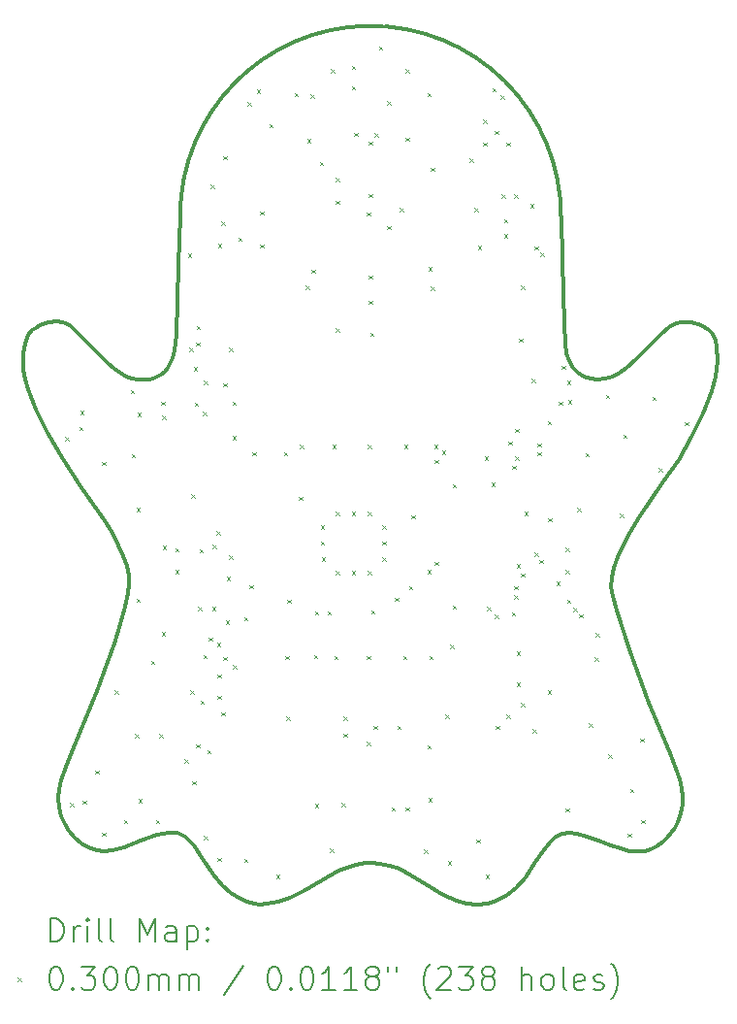
<source format=gbr>
%FSLAX45Y45*%
G04 Gerber Fmt 4.5, Leading zero omitted, Abs format (unit mm)*
G04 Created by KiCad (PCBNEW (6.0.6)) date 2022-10-05 22:34:14*
%MOMM*%
%LPD*%
G01*
G04 APERTURE LIST*
%TA.AperFunction,Profile*%
%ADD10C,0.300000*%
%TD*%
%ADD11C,0.200000*%
%ADD12C,0.030000*%
G04 APERTURE END LIST*
D10*
X14165534Y-12948374D02*
X14032297Y-12867136D01*
X15352915Y-12504058D02*
X15297854Y-12533234D01*
X16335806Y-12451747D02*
X16306145Y-12496456D01*
X11552212Y-10172466D02*
X11523596Y-10086528D01*
X11851240Y-8498668D02*
X11880884Y-8472019D01*
X11017384Y-11924848D02*
X11088428Y-11753956D01*
X12029609Y-12514532D02*
X11995982Y-12501872D01*
X10947073Y-8039519D02*
X10986286Y-8044952D01*
X12304391Y-12857536D02*
X12217735Y-12723640D01*
X10961246Y-12275545D02*
X10954519Y-12195929D01*
X15658981Y-8543221D02*
X15726076Y-8536117D01*
X13931621Y-12814823D02*
X13845763Y-12783523D01*
X16294406Y-11804972D02*
X16350308Y-11936806D01*
X15120967Y-12752506D02*
X15030424Y-12882950D01*
X11573614Y-10327419D02*
X11568479Y-10251925D01*
X14702846Y-13113038D02*
X14613473Y-13120688D01*
X15866044Y-12637187D02*
X15776188Y-12607949D01*
X13584295Y-12768272D02*
X13524412Y-12782462D01*
X16629898Y-8107739D02*
X16656001Y-8134949D01*
X14869585Y-13042586D02*
X14780369Y-13090543D01*
X10653353Y-8261287D02*
X10669792Y-8206291D01*
X12002585Y-7545233D02*
X12016994Y-7121818D01*
X14520308Y-13113476D02*
X14431405Y-13091417D01*
X14032297Y-12867136D02*
X13931621Y-12814823D01*
X16350308Y-11936806D02*
X16383200Y-12030143D01*
X10991626Y-9234189D02*
X10861229Y-9013155D01*
X10958407Y-12119563D02*
X10976701Y-12037964D01*
X16342736Y-8052491D02*
X16398874Y-8041315D01*
X15838849Y-10090492D02*
X15806785Y-10184392D01*
X10788839Y-8071397D02*
X10865615Y-8045264D01*
X11531918Y-12622826D02*
X11428012Y-12653033D01*
X16179151Y-12612896D02*
X16126370Y-12640387D01*
X16709750Y-8379368D02*
X16695542Y-8515684D01*
X10644986Y-8322529D02*
X10653353Y-8261287D01*
X16100410Y-8265440D02*
X16215649Y-8147921D01*
X15450889Y-8441532D02*
X15492523Y-8485803D01*
X10979558Y-12350932D02*
X10961246Y-12275545D01*
X11651045Y-8543095D02*
X11704652Y-8546358D01*
X15943489Y-12655031D02*
X15866044Y-12637187D01*
X15186298Y-12655967D02*
X15120967Y-12752506D01*
X11428012Y-12653033D02*
X11351098Y-12662180D01*
X11564779Y-10410390D02*
X11573614Y-10327419D01*
X13397185Y-12831824D02*
X13255562Y-12910424D01*
X13524412Y-12782462D02*
X13397185Y-12831824D01*
X13845763Y-12783523D02*
X13757014Y-12765305D01*
X11022754Y-8056286D02*
X11060345Y-8081138D01*
X15343001Y-7121818D02*
X15352757Y-7514542D01*
X15794311Y-10430965D02*
X15827561Y-10558210D01*
X14780369Y-13090543D02*
X14702846Y-13113038D01*
X15917950Y-8441203D02*
X15997237Y-8369456D01*
X16239424Y-9435007D02*
X16027054Y-9742620D01*
X15671438Y-12567251D02*
X15568234Y-12527444D01*
X16401230Y-12241624D02*
X16393160Y-12298166D01*
X16656001Y-8134949D02*
X16676669Y-8165921D01*
X11258182Y-8271340D02*
X11388112Y-8402427D01*
X12658993Y-13116395D02*
X12607367Y-13101095D01*
X15782494Y-10351413D02*
X15794311Y-10430965D01*
X11995982Y-12501872D02*
X11959468Y-12495785D01*
X13095145Y-13006432D02*
X12974659Y-13067440D01*
X15352757Y-7514542D02*
X15370726Y-8059048D01*
X12544627Y-13072903D02*
X12457892Y-13021528D01*
X11918413Y-12496378D02*
X11816068Y-12518263D01*
X15885572Y-9986929D02*
X15838849Y-10090492D01*
X15492523Y-8485803D02*
X15541525Y-8517729D01*
X14613473Y-13120688D02*
X14520308Y-13113476D01*
X15413390Y-12494348D02*
X15352915Y-12504058D01*
X11568479Y-10251925D02*
X11552212Y-10172466D01*
X11539006Y-10526926D02*
X11564779Y-10410390D01*
X12136402Y-12609136D02*
X12095783Y-12563365D01*
X16403525Y-12182974D02*
X16401230Y-12241624D01*
X11424296Y-9885115D02*
X11351128Y-9764601D01*
X16584065Y-8841748D02*
X16484858Y-9042924D01*
X15343006Y-7121818D02*
G75*
G03*
X13668430Y-5458855I-1661546J1468D01*
G01*
X13255562Y-12910424D02*
X13095145Y-13006432D01*
X11704652Y-8546358D02*
X11745397Y-8543346D01*
X11497340Y-10673856D02*
X11539006Y-10526926D01*
X12457892Y-13021528D02*
X12381134Y-12953278D01*
X16360283Y-12403555D02*
X16335806Y-12451747D01*
X11008642Y-12420977D02*
X10979558Y-12350932D01*
X10861229Y-9013155D02*
X10760849Y-8809870D01*
X11498074Y-8487162D02*
X11549200Y-8514403D01*
X15806785Y-10184392D02*
X15788348Y-10270672D01*
X10865615Y-8045264D02*
X10947073Y-8039519D01*
X16564240Y-8065901D02*
X16629898Y-8107739D01*
X15997237Y-8369456D02*
X16100410Y-8265440D01*
X15597239Y-8536975D02*
X15658981Y-8543221D01*
X12381134Y-12953278D02*
X12304391Y-12857536D01*
X16398874Y-8041315D02*
X16485343Y-8042906D01*
X11444855Y-8450133D02*
X11498074Y-8487162D01*
X11351098Y-12662180D02*
X11288153Y-12653080D01*
X11959468Y-12495785D02*
X11918413Y-12496378D01*
X11675771Y-12568750D02*
X11531918Y-12622826D01*
X11523596Y-10086528D02*
X11481370Y-9991581D01*
X15568234Y-12527444D02*
X15483686Y-12502637D01*
X11549200Y-8514403D02*
X11599717Y-8532747D01*
X10644644Y-8389828D02*
X10644986Y-8322529D01*
X11388112Y-8402427D02*
X11444855Y-8450133D01*
X16484858Y-9042924D02*
X16368463Y-9243493D01*
X10694378Y-8157740D02*
X10727146Y-8115841D01*
X11117261Y-8129984D02*
X11258182Y-8271340D01*
X16692796Y-8206415D02*
X16703645Y-8256932D01*
X15797840Y-8515356D02*
X15854242Y-8487552D01*
X16383200Y-12030143D02*
X16398998Y-12105404D01*
X15297854Y-12533234D02*
X15243794Y-12583378D01*
X11217032Y-12626026D02*
X11152714Y-12588200D01*
X11440861Y-10848025D02*
X11497340Y-10673856D01*
X16126370Y-12640387D02*
X16071154Y-12656591D01*
X16695542Y-8515684D02*
X16661575Y-8648407D01*
X15776188Y-12607949D02*
X15671438Y-12567251D01*
X12974659Y-13067440D02*
X12875000Y-13101751D01*
X10755449Y-8091457D02*
X10788839Y-8071397D01*
X11818738Y-8519461D02*
X11851240Y-8498668D01*
X12095783Y-12563365D02*
X12061985Y-12533579D01*
X16109650Y-11359048D02*
X16294406Y-11804972D01*
X10954519Y-12195929D02*
X10958407Y-12119563D01*
X10727146Y-8115841D02*
X10755449Y-8091457D01*
X15541525Y-8517729D02*
X15597239Y-8536975D01*
X10652230Y-8462950D02*
X10644644Y-8389828D01*
X13642570Y-12760811D02*
X13584295Y-12768272D01*
X14949794Y-12976505D02*
X14869585Y-13042586D01*
X14431405Y-13091417D02*
X14316431Y-13036466D01*
X16215649Y-8147921D02*
X16289036Y-8082481D01*
X11816068Y-12518263D02*
X11675771Y-12568750D01*
X16398998Y-12105404D02*
X16403525Y-12182974D01*
X15417325Y-8385238D02*
X15450889Y-8441532D01*
X11088428Y-11753956D02*
X11287811Y-11265460D01*
X14316431Y-13036466D02*
X14165534Y-12948374D01*
X16703645Y-8256932D02*
X16709750Y-8379368D01*
X12607367Y-13101095D02*
X12544627Y-13072903D01*
X11971318Y-8286530D02*
X11984273Y-8156678D01*
X16011022Y-12661493D02*
X15943489Y-12655031D01*
X12777025Y-13117597D02*
X12711539Y-13121123D01*
X11745397Y-8543346D02*
X11783426Y-8534370D01*
X16485343Y-8042906D02*
X16564240Y-8065901D01*
X15726076Y-8536117D02*
X15797840Y-8515356D01*
X15392488Y-8317252D02*
X15417325Y-8385238D01*
X16071154Y-12656591D02*
X16011022Y-12661493D01*
X11152714Y-12588200D02*
X11096017Y-12540697D01*
X12217735Y-12723640D02*
X12136402Y-12609136D01*
X15947954Y-9871659D02*
X15885572Y-9986929D01*
X16661575Y-8648407D02*
X16584065Y-8841748D01*
X16271489Y-12537371D02*
X16231993Y-12574151D01*
X11907641Y-8439564D02*
X11952241Y-8357389D01*
X11984273Y-8156678D02*
X12002585Y-7545233D01*
X15030424Y-12882950D02*
X14949794Y-12976505D01*
X15483686Y-12502637D02*
X15413390Y-12494348D01*
X10667716Y-8541721D02*
X10652230Y-8462950D01*
X11481370Y-9991581D02*
X11424296Y-9885115D01*
X11060345Y-8081138D02*
X11117261Y-8129984D01*
X12061985Y-12533579D02*
X12029609Y-12514532D01*
X13699925Y-12759872D02*
X13642570Y-12760811D01*
X13757014Y-12765305D02*
X13699925Y-12759872D01*
X11952241Y-8357389D02*
X11971318Y-8286530D01*
X12875000Y-13101751D02*
X12777025Y-13117597D01*
X16306145Y-12496456D02*
X16271489Y-12537371D01*
X15788348Y-10270672D02*
X15782494Y-10351413D01*
X11151544Y-9471351D02*
X10991626Y-9234189D01*
X11288153Y-12653080D02*
X11217032Y-12626026D01*
X15945331Y-10918774D02*
X16109650Y-11359048D01*
X10669792Y-8206291D02*
X10694378Y-8157740D01*
X15827561Y-10558210D02*
X15945331Y-10918774D01*
X11047730Y-12484591D02*
X11008642Y-12420977D01*
X15381451Y-8230519D02*
X15392488Y-8317252D01*
X16027054Y-9742620D02*
X15947954Y-9871659D01*
X15370726Y-8059048D02*
X15381451Y-8230519D01*
X10691023Y-8625927D02*
X10667716Y-8541721D01*
X11351128Y-9764601D02*
X11151544Y-9471351D01*
X16368463Y-9243493D02*
X16239424Y-9435007D01*
X13668430Y-5458855D02*
G75*
G03*
X12016994Y-7121818I11590J-1662985D01*
G01*
X10986286Y-8044952D02*
X11022754Y-8056286D01*
X11783426Y-8534370D02*
X11818738Y-8519461D01*
X11096017Y-12540697D02*
X11047730Y-12484591D01*
X11599717Y-8532747D02*
X11651045Y-8543095D01*
X15854242Y-8487552D02*
X15917950Y-8441203D01*
X10976701Y-12037964D02*
X11017384Y-11924848D01*
X11287811Y-11265460D02*
X11440861Y-10848025D01*
X15243794Y-12583378D02*
X15186298Y-12655967D01*
X10760849Y-8809870D02*
X10691023Y-8625927D01*
X16231993Y-12574151D02*
X16179151Y-12612896D01*
X16676669Y-8165921D02*
X16692796Y-8206415D01*
X16379470Y-12352258D02*
X16360283Y-12403555D01*
X11880884Y-8472019D02*
X11907641Y-8439564D01*
X16393160Y-12298166D02*
X16379470Y-12352258D01*
X16289036Y-8082481D02*
X16342736Y-8052491D01*
X12711539Y-13121123D02*
X12658993Y-13116395D01*
D11*
D12*
X11015000Y-9045000D02*
X11045000Y-9075000D01*
X11045000Y-9045000D02*
X11015000Y-9075000D01*
X11055000Y-12235000D02*
X11085000Y-12265000D01*
X11085000Y-12235000D02*
X11055000Y-12265000D01*
X11135000Y-8955000D02*
X11165000Y-8985000D01*
X11165000Y-8955000D02*
X11135000Y-8985000D01*
X11145000Y-8815000D02*
X11175000Y-8845000D01*
X11175000Y-8815000D02*
X11145000Y-8845000D01*
X11165000Y-12215000D02*
X11195000Y-12245000D01*
X11195000Y-12215000D02*
X11165000Y-12245000D01*
X11275000Y-11955000D02*
X11305000Y-11985000D01*
X11305000Y-11955000D02*
X11275000Y-11985000D01*
X11333677Y-9261468D02*
X11363677Y-9291468D01*
X11363677Y-9261468D02*
X11333677Y-9291468D01*
X11335000Y-12495000D02*
X11365000Y-12525000D01*
X11365000Y-12495000D02*
X11335000Y-12525000D01*
X11445000Y-11255000D02*
X11475000Y-11285000D01*
X11475000Y-11255000D02*
X11445000Y-11285000D01*
X11525000Y-12385000D02*
X11555000Y-12415000D01*
X11555000Y-12385000D02*
X11525000Y-12415000D01*
X11585000Y-8635000D02*
X11615000Y-8665000D01*
X11615000Y-8635000D02*
X11585000Y-8665000D01*
X11595000Y-9195000D02*
X11625000Y-9225000D01*
X11625000Y-9195000D02*
X11595000Y-9225000D01*
X11625000Y-11635000D02*
X11655000Y-11665000D01*
X11655000Y-11635000D02*
X11625000Y-11665000D01*
X11635000Y-9665000D02*
X11665000Y-9695000D01*
X11665000Y-9665000D02*
X11635000Y-9695000D01*
X11635000Y-10455000D02*
X11665000Y-10485000D01*
X11665000Y-10455000D02*
X11635000Y-10485000D01*
X11645000Y-8835000D02*
X11675000Y-8865000D01*
X11675000Y-8835000D02*
X11645000Y-8865000D01*
X11655000Y-12205000D02*
X11685000Y-12235000D01*
X11685000Y-12205000D02*
X11655000Y-12235000D01*
X11765000Y-10995000D02*
X11795000Y-11025000D01*
X11795000Y-10995000D02*
X11765000Y-11025000D01*
X11805000Y-12385000D02*
X11835000Y-12415000D01*
X11835000Y-12385000D02*
X11805000Y-12415000D01*
X11835000Y-11635000D02*
X11865000Y-11665000D01*
X11865000Y-11635000D02*
X11835000Y-11665000D01*
X11854350Y-8734350D02*
X11884350Y-8764350D01*
X11884350Y-8734350D02*
X11854350Y-8764350D01*
X11855000Y-10745000D02*
X11885000Y-10775000D01*
X11885000Y-10745000D02*
X11855000Y-10775000D01*
X11861866Y-8858134D02*
X11891866Y-8888134D01*
X11891866Y-8858134D02*
X11861866Y-8888134D01*
X11865000Y-9995000D02*
X11895000Y-10025000D01*
X11895000Y-9995000D02*
X11865000Y-10025000D01*
X11975000Y-10015000D02*
X12005000Y-10045000D01*
X12005000Y-10015000D02*
X11975000Y-10045000D01*
X11975000Y-10205000D02*
X12005000Y-10235000D01*
X12005000Y-10205000D02*
X11975000Y-10235000D01*
X12055000Y-11855000D02*
X12085000Y-11885000D01*
X12085000Y-11855000D02*
X12055000Y-11885000D01*
X12085000Y-7445000D02*
X12115000Y-7475000D01*
X12115000Y-7445000D02*
X12085000Y-7475000D01*
X12095946Y-8265211D02*
X12125946Y-8295211D01*
X12125946Y-8265211D02*
X12095946Y-8295211D01*
X12105000Y-11255000D02*
X12135000Y-11285000D01*
X12135000Y-11255000D02*
X12105000Y-11285000D01*
X12115000Y-9545000D02*
X12145000Y-9575000D01*
X12145000Y-9545000D02*
X12115000Y-9575000D01*
X12125000Y-12045000D02*
X12155000Y-12075000D01*
X12155000Y-12045000D02*
X12125000Y-12075000D01*
X12135000Y-8435000D02*
X12165000Y-8465000D01*
X12165000Y-8435000D02*
X12135000Y-8465000D01*
X12145000Y-8745000D02*
X12175000Y-8775000D01*
X12175000Y-8745000D02*
X12145000Y-8775000D01*
X12155000Y-11725000D02*
X12185000Y-11755000D01*
X12185000Y-11725000D02*
X12155000Y-11755000D01*
X12156941Y-8219955D02*
X12186941Y-8249955D01*
X12186941Y-8219955D02*
X12156941Y-8249955D01*
X12161650Y-8075000D02*
X12191650Y-8105000D01*
X12191650Y-8075000D02*
X12161650Y-8105000D01*
X12175000Y-10525000D02*
X12205000Y-10555000D01*
X12205000Y-10525000D02*
X12175000Y-10555000D01*
X12185000Y-10025000D02*
X12215000Y-10055000D01*
X12215000Y-10025000D02*
X12185000Y-10055000D01*
X12195000Y-11345000D02*
X12225000Y-11375000D01*
X12225000Y-11345000D02*
X12195000Y-11375000D01*
X12215000Y-8825000D02*
X12245000Y-8855000D01*
X12245000Y-8825000D02*
X12215000Y-8855000D01*
X12220700Y-10945000D02*
X12250700Y-10975000D01*
X12250700Y-10945000D02*
X12220700Y-10975000D01*
X12225000Y-8555000D02*
X12255000Y-8585000D01*
X12255000Y-8555000D02*
X12225000Y-8585000D01*
X12225000Y-12525000D02*
X12255000Y-12555000D01*
X12255000Y-12525000D02*
X12225000Y-12555000D01*
X12255000Y-11775000D02*
X12285000Y-11805000D01*
X12285000Y-11775000D02*
X12255000Y-11805000D01*
X12268350Y-10795000D02*
X12298350Y-10825000D01*
X12298350Y-10795000D02*
X12268350Y-10825000D01*
X12285000Y-6845000D02*
X12315000Y-6875000D01*
X12315000Y-6845000D02*
X12285000Y-6875000D01*
X12295000Y-10525000D02*
X12325000Y-10555000D01*
X12325000Y-10525000D02*
X12295000Y-10555000D01*
X12301434Y-9983335D02*
X12331434Y-10013335D01*
X12331434Y-9983335D02*
X12301434Y-10013335D01*
X12335000Y-9865000D02*
X12365000Y-9895000D01*
X12365000Y-9865000D02*
X12335000Y-9895000D01*
X12337608Y-10839300D02*
X12367608Y-10869300D01*
X12367608Y-10839300D02*
X12337608Y-10869300D01*
X12345000Y-11115000D02*
X12375000Y-11145000D01*
X12375000Y-11115000D02*
X12345000Y-11145000D01*
X12345000Y-11300850D02*
X12375000Y-11330850D01*
X12375000Y-11300850D02*
X12345000Y-11330850D01*
X12345000Y-12715000D02*
X12375000Y-12745000D01*
X12375000Y-12715000D02*
X12345000Y-12745000D01*
X12346350Y-7360825D02*
X12376350Y-7390825D01*
X12376350Y-7360825D02*
X12346350Y-7390825D01*
X12375000Y-7165000D02*
X12405000Y-7195000D01*
X12405000Y-7165000D02*
X12375000Y-7195000D01*
X12375000Y-11445000D02*
X12405000Y-11475000D01*
X12405000Y-11445000D02*
X12375000Y-11475000D01*
X12395000Y-6595000D02*
X12425000Y-6625000D01*
X12425000Y-6595000D02*
X12395000Y-6625000D01*
X12395000Y-8575000D02*
X12425000Y-8605000D01*
X12425000Y-8575000D02*
X12395000Y-8605000D01*
X12395000Y-10961650D02*
X12425000Y-10991650D01*
X12425000Y-10961650D02*
X12395000Y-10991650D01*
X12415000Y-10645000D02*
X12445000Y-10675000D01*
X12445000Y-10645000D02*
X12415000Y-10675000D01*
X12425000Y-10265000D02*
X12455000Y-10295000D01*
X12455000Y-10265000D02*
X12425000Y-10295000D01*
X12445000Y-8265000D02*
X12475000Y-8295000D01*
X12475000Y-8265000D02*
X12445000Y-8295000D01*
X12446971Y-10075908D02*
X12476971Y-10105908D01*
X12476971Y-10075908D02*
X12446971Y-10105908D01*
X12475000Y-8735000D02*
X12505000Y-8765000D01*
X12505000Y-8735000D02*
X12475000Y-8765000D01*
X12475000Y-9035000D02*
X12505000Y-9065000D01*
X12505000Y-9035000D02*
X12475000Y-9065000D01*
X12478050Y-11035000D02*
X12508050Y-11065000D01*
X12508050Y-11035000D02*
X12478050Y-11065000D01*
X12525000Y-7305050D02*
X12555000Y-7335050D01*
X12555000Y-7305050D02*
X12525000Y-7335050D01*
X12575000Y-10615000D02*
X12605000Y-10645000D01*
X12605000Y-10615000D02*
X12575000Y-10645000D01*
X12575000Y-12725000D02*
X12605000Y-12755000D01*
X12605000Y-12725000D02*
X12575000Y-12755000D01*
X12605000Y-6125000D02*
X12635000Y-6155000D01*
X12635000Y-6125000D02*
X12605000Y-6155000D01*
X12625000Y-10335000D02*
X12655000Y-10365000D01*
X12655000Y-10335000D02*
X12625000Y-10365000D01*
X12647000Y-9177000D02*
X12677000Y-9207000D01*
X12677000Y-9177000D02*
X12647000Y-9207000D01*
X12685000Y-6015000D02*
X12715000Y-6045000D01*
X12715000Y-6015000D02*
X12685000Y-6045000D01*
X12715000Y-7075000D02*
X12745000Y-7105000D01*
X12745000Y-7075000D02*
X12715000Y-7105000D01*
X12715000Y-7365000D02*
X12745000Y-7395000D01*
X12745000Y-7365000D02*
X12715000Y-7395000D01*
X12795000Y-6315000D02*
X12825000Y-6345000D01*
X12825000Y-6315000D02*
X12795000Y-6345000D01*
X12855000Y-12865000D02*
X12885000Y-12895000D01*
X12885000Y-12865000D02*
X12855000Y-12895000D01*
X12925000Y-9175000D02*
X12955000Y-9205000D01*
X12955000Y-9175000D02*
X12925000Y-9205000D01*
X12935000Y-10955000D02*
X12965000Y-10985000D01*
X12965000Y-10955000D02*
X12935000Y-10985000D01*
X12945000Y-11485000D02*
X12975000Y-11515000D01*
X12975000Y-11485000D02*
X12945000Y-11515000D01*
X12955000Y-10465000D02*
X12985000Y-10495000D01*
X12985000Y-10465000D02*
X12955000Y-10495000D01*
X13015000Y-6045000D02*
X13045000Y-6075000D01*
X13045000Y-6045000D02*
X13015000Y-6075000D01*
X13055000Y-9565000D02*
X13085000Y-9595000D01*
X13085000Y-9565000D02*
X13055000Y-9595000D01*
X13065000Y-9115000D02*
X13095000Y-9145000D01*
X13095000Y-9115000D02*
X13065000Y-9145000D01*
X13115000Y-7725000D02*
X13145000Y-7755000D01*
X13145000Y-7725000D02*
X13115000Y-7755000D01*
X13125000Y-6445000D02*
X13155000Y-6475000D01*
X13155000Y-6445000D02*
X13125000Y-6475000D01*
X13155000Y-6055000D02*
X13185000Y-6085000D01*
X13185000Y-6055000D02*
X13155000Y-6085000D01*
X13165000Y-7585000D02*
X13195000Y-7615000D01*
X13195000Y-7585000D02*
X13165000Y-7615000D01*
X13185000Y-10945000D02*
X13215000Y-10975000D01*
X13215000Y-10945000D02*
X13185000Y-10975000D01*
X13195000Y-10565000D02*
X13225000Y-10595000D01*
X13225000Y-10565000D02*
X13195000Y-10595000D01*
X13195000Y-12245000D02*
X13225000Y-12275000D01*
X13225000Y-12245000D02*
X13195000Y-12275000D01*
X13235000Y-6645000D02*
X13265000Y-6675000D01*
X13265000Y-6645000D02*
X13235000Y-6675000D01*
X13245000Y-9815000D02*
X13275000Y-9845000D01*
X13275000Y-9815000D02*
X13245000Y-9845000D01*
X13245000Y-9955000D02*
X13275000Y-9985000D01*
X13275000Y-9955000D02*
X13245000Y-9985000D01*
X13255000Y-10095000D02*
X13285000Y-10125000D01*
X13285000Y-10095000D02*
X13255000Y-10125000D01*
X13305000Y-10565000D02*
X13335000Y-10595000D01*
X13335000Y-10565000D02*
X13305000Y-10595000D01*
X13325000Y-12635000D02*
X13355000Y-12665000D01*
X13355000Y-12635000D02*
X13325000Y-12665000D01*
X13335000Y-5835000D02*
X13365000Y-5865000D01*
X13365000Y-5835000D02*
X13335000Y-5865000D01*
X13345000Y-9115000D02*
X13375000Y-9145000D01*
X13375000Y-9115000D02*
X13345000Y-9145000D01*
X13365000Y-10955000D02*
X13395000Y-10985000D01*
X13395000Y-10955000D02*
X13365000Y-10985000D01*
X13375000Y-6785000D02*
X13405000Y-6815000D01*
X13405000Y-6785000D02*
X13375000Y-6815000D01*
X13375000Y-6985000D02*
X13405000Y-7015000D01*
X13405000Y-6985000D02*
X13375000Y-7015000D01*
X13375000Y-8095000D02*
X13405000Y-8125000D01*
X13405000Y-8095000D02*
X13375000Y-8125000D01*
X13375000Y-9695000D02*
X13405000Y-9725000D01*
X13405000Y-9695000D02*
X13375000Y-9725000D01*
X13375000Y-10215000D02*
X13405000Y-10245000D01*
X13405000Y-10215000D02*
X13375000Y-10245000D01*
X13425000Y-12235000D02*
X13455000Y-12265000D01*
X13455000Y-12235000D02*
X13425000Y-12265000D01*
X13445000Y-11485000D02*
X13475000Y-11515000D01*
X13475000Y-11485000D02*
X13445000Y-11515000D01*
X13445000Y-11631050D02*
X13475000Y-11661050D01*
X13475000Y-11631050D02*
X13445000Y-11661050D01*
X13515000Y-5805000D02*
X13545000Y-5835000D01*
X13545000Y-5805000D02*
X13515000Y-5835000D01*
X13515000Y-5985000D02*
X13545000Y-6015000D01*
X13545000Y-5985000D02*
X13515000Y-6015000D01*
X13515000Y-9695000D02*
X13545000Y-9725000D01*
X13545000Y-9695000D02*
X13515000Y-9725000D01*
X13515000Y-10215000D02*
X13545000Y-10245000D01*
X13545000Y-10215000D02*
X13515000Y-10245000D01*
X13537462Y-6392246D02*
X13567462Y-6422246D01*
X13567462Y-6392246D02*
X13537462Y-6422246D01*
X13645000Y-7085000D02*
X13675000Y-7115000D01*
X13675000Y-7085000D02*
X13645000Y-7115000D01*
X13645000Y-10955000D02*
X13675000Y-10985000D01*
X13675000Y-10955000D02*
X13645000Y-10985000D01*
X13645000Y-11705000D02*
X13675000Y-11735000D01*
X13675000Y-11705000D02*
X13645000Y-11735000D01*
X13655000Y-9115000D02*
X13685000Y-9145000D01*
X13685000Y-9115000D02*
X13655000Y-9145000D01*
X13655000Y-9695000D02*
X13685000Y-9725000D01*
X13685000Y-9695000D02*
X13655000Y-9725000D01*
X13655000Y-10215000D02*
X13685000Y-10245000D01*
X13685000Y-10215000D02*
X13655000Y-10245000D01*
X13665000Y-6925000D02*
X13695000Y-6955000D01*
X13695000Y-6925000D02*
X13665000Y-6955000D01*
X13665000Y-7635000D02*
X13695000Y-7665000D01*
X13695000Y-7635000D02*
X13665000Y-7665000D01*
X13665000Y-7855000D02*
X13695000Y-7885000D01*
X13695000Y-7855000D02*
X13665000Y-7885000D01*
X13665352Y-6467650D02*
X13695352Y-6497650D01*
X13695352Y-6467650D02*
X13665352Y-6497650D01*
X13675000Y-8135000D02*
X13705000Y-8165000D01*
X13705000Y-8135000D02*
X13675000Y-8165000D01*
X13685000Y-10555000D02*
X13715000Y-10585000D01*
X13715000Y-10555000D02*
X13685000Y-10585000D01*
X13705000Y-11565000D02*
X13735000Y-11595000D01*
X13735000Y-11565000D02*
X13705000Y-11595000D01*
X13715000Y-6395000D02*
X13745000Y-6425000D01*
X13745000Y-6395000D02*
X13715000Y-6425000D01*
X13755000Y-5635650D02*
X13785000Y-5665650D01*
X13785000Y-5635650D02*
X13755000Y-5665650D01*
X13785000Y-9815000D02*
X13815000Y-9845000D01*
X13815000Y-9815000D02*
X13785000Y-9845000D01*
X13785000Y-9955000D02*
X13815000Y-9985000D01*
X13815000Y-9955000D02*
X13785000Y-9985000D01*
X13785000Y-10095000D02*
X13815000Y-10125000D01*
X13815000Y-10095000D02*
X13785000Y-10125000D01*
X13825000Y-6115000D02*
X13855000Y-6145000D01*
X13855000Y-6115000D02*
X13825000Y-6145000D01*
X13825000Y-7205000D02*
X13855000Y-7235000D01*
X13855000Y-7205000D02*
X13825000Y-7235000D01*
X13865000Y-12275000D02*
X13895000Y-12305000D01*
X13895000Y-12275000D02*
X13865000Y-12305000D01*
X13895000Y-10445000D02*
X13925000Y-10475000D01*
X13925000Y-10445000D02*
X13895000Y-10475000D01*
X13915000Y-11565000D02*
X13945000Y-11595000D01*
X13945000Y-11565000D02*
X13915000Y-11595000D01*
X13935000Y-7045000D02*
X13965000Y-7075000D01*
X13965000Y-7045000D02*
X13935000Y-7075000D01*
X13965000Y-10955000D02*
X13995000Y-10985000D01*
X13995000Y-10955000D02*
X13965000Y-10985000D01*
X13975000Y-9115000D02*
X14005000Y-9145000D01*
X14005000Y-9115000D02*
X13975000Y-9145000D01*
X13985000Y-5835000D02*
X14015000Y-5865000D01*
X14015000Y-5835000D02*
X13985000Y-5865000D01*
X13985000Y-6435000D02*
X14015000Y-6465000D01*
X14015000Y-6435000D02*
X13985000Y-6465000D01*
X13985000Y-12275000D02*
X14015000Y-12305000D01*
X14015000Y-12275000D02*
X13985000Y-12305000D01*
X14015000Y-10345000D02*
X14045000Y-10375000D01*
X14045000Y-10345000D02*
X14015000Y-10375000D01*
X14035000Y-9725000D02*
X14065000Y-9755000D01*
X14065000Y-9725000D02*
X14035000Y-9755000D01*
X14145000Y-12645000D02*
X14175000Y-12675000D01*
X14175000Y-12645000D02*
X14145000Y-12675000D01*
X14175000Y-6045000D02*
X14205000Y-6075000D01*
X14205000Y-6045000D02*
X14175000Y-6075000D01*
X14175000Y-10205000D02*
X14205000Y-10235000D01*
X14205000Y-10205000D02*
X14175000Y-10235000D01*
X14175000Y-11735000D02*
X14205000Y-11765000D01*
X14205000Y-11735000D02*
X14175000Y-11765000D01*
X14185000Y-7565000D02*
X14215000Y-7595000D01*
X14215000Y-7565000D02*
X14185000Y-7595000D01*
X14185000Y-12195000D02*
X14215000Y-12225000D01*
X14215000Y-12195000D02*
X14185000Y-12225000D01*
X14195000Y-10955000D02*
X14225000Y-10985000D01*
X14225000Y-10955000D02*
X14195000Y-10985000D01*
X14205000Y-6695000D02*
X14235000Y-6725000D01*
X14235000Y-6695000D02*
X14205000Y-6725000D01*
X14205000Y-7735000D02*
X14235000Y-7765000D01*
X14235000Y-7735000D02*
X14205000Y-7765000D01*
X14235000Y-9115000D02*
X14265000Y-9145000D01*
X14265000Y-9115000D02*
X14235000Y-9145000D01*
X14240700Y-9245000D02*
X14270700Y-9275000D01*
X14270700Y-9245000D02*
X14240700Y-9275000D01*
X14240700Y-10135000D02*
X14270700Y-10165000D01*
X14270700Y-10135000D02*
X14240700Y-10165000D01*
X14305000Y-9165000D02*
X14335000Y-9195000D01*
X14335000Y-9165000D02*
X14305000Y-9195000D01*
X14335000Y-11465000D02*
X14365000Y-11495000D01*
X14365000Y-11465000D02*
X14335000Y-11495000D01*
X14355000Y-12745000D02*
X14385000Y-12775000D01*
X14385000Y-12745000D02*
X14355000Y-12775000D01*
X14375000Y-10855000D02*
X14405000Y-10885000D01*
X14405000Y-10855000D02*
X14375000Y-10885000D01*
X14395000Y-9455000D02*
X14425000Y-9485000D01*
X14425000Y-9455000D02*
X14395000Y-9485000D01*
X14395000Y-10515000D02*
X14425000Y-10545000D01*
X14425000Y-10515000D02*
X14395000Y-10545000D01*
X14545000Y-6615000D02*
X14575000Y-6645000D01*
X14575000Y-6615000D02*
X14545000Y-6645000D01*
X14585000Y-7045000D02*
X14615000Y-7075000D01*
X14615000Y-7045000D02*
X14585000Y-7075000D01*
X14605000Y-12555000D02*
X14635000Y-12585000D01*
X14635000Y-12555000D02*
X14605000Y-12585000D01*
X14615000Y-7375000D02*
X14645000Y-7405000D01*
X14645000Y-7375000D02*
X14615000Y-7405000D01*
X14665000Y-6275000D02*
X14695000Y-6305000D01*
X14695000Y-6275000D02*
X14665000Y-6305000D01*
X14665000Y-6475000D02*
X14695000Y-6505000D01*
X14695000Y-6475000D02*
X14665000Y-6505000D01*
X14675000Y-9215000D02*
X14705000Y-9245000D01*
X14705000Y-9215000D02*
X14675000Y-9245000D01*
X14685000Y-12865000D02*
X14715000Y-12895000D01*
X14715000Y-12865000D02*
X14685000Y-12895000D01*
X14695000Y-10525000D02*
X14725000Y-10555000D01*
X14725000Y-10525000D02*
X14695000Y-10555000D01*
X14735000Y-9445000D02*
X14765000Y-9475000D01*
X14765000Y-9445000D02*
X14735000Y-9475000D01*
X14744300Y-6001380D02*
X14774300Y-6031380D01*
X14774300Y-6001380D02*
X14744300Y-6031380D01*
X14765000Y-6375000D02*
X14795000Y-6405000D01*
X14795000Y-6375000D02*
X14765000Y-6405000D01*
X14765000Y-10595000D02*
X14795000Y-10625000D01*
X14795000Y-10595000D02*
X14765000Y-10625000D01*
X14775000Y-11565000D02*
X14805000Y-11595000D01*
X14805000Y-11565000D02*
X14775000Y-11595000D01*
X14815000Y-6065000D02*
X14845000Y-6095000D01*
X14845000Y-6065000D02*
X14815000Y-6095000D01*
X14825000Y-6930700D02*
X14855000Y-6960700D01*
X14855000Y-6930700D02*
X14825000Y-6960700D01*
X14845000Y-7144350D02*
X14875000Y-7174350D01*
X14875000Y-7144350D02*
X14845000Y-7174350D01*
X14845000Y-7275000D02*
X14875000Y-7305000D01*
X14875000Y-7275000D02*
X14845000Y-7305000D01*
X14865000Y-6475000D02*
X14895000Y-6505000D01*
X14895000Y-6475000D02*
X14865000Y-6505000D01*
X14865000Y-11465000D02*
X14895000Y-11495000D01*
X14895000Y-11465000D02*
X14865000Y-11495000D01*
X14885000Y-9085000D02*
X14915000Y-9115000D01*
X14915000Y-9085000D02*
X14885000Y-9115000D01*
X14914350Y-10575000D02*
X14944350Y-10605000D01*
X14944350Y-10575000D02*
X14914350Y-10605000D01*
X14915000Y-9295000D02*
X14945000Y-9325000D01*
X14945000Y-9295000D02*
X14915000Y-9325000D01*
X14934350Y-10345000D02*
X14964350Y-10375000D01*
X14964350Y-10345000D02*
X14934350Y-10375000D01*
X14934350Y-10425000D02*
X14964350Y-10455000D01*
X14964350Y-10425000D02*
X14934350Y-10455000D01*
X14935000Y-6930700D02*
X14965000Y-6960700D01*
X14965000Y-6930700D02*
X14935000Y-6960700D01*
X14944350Y-8975000D02*
X14974350Y-9005000D01*
X14974350Y-8975000D02*
X14944350Y-9005000D01*
X14944350Y-9215000D02*
X14974350Y-9245000D01*
X14974350Y-9215000D02*
X14944350Y-9245000D01*
X14955000Y-10155000D02*
X14985000Y-10185000D01*
X14985000Y-10155000D02*
X14955000Y-10185000D01*
X14955000Y-10915000D02*
X14985000Y-10945000D01*
X14985000Y-10915000D02*
X14955000Y-10945000D01*
X14955000Y-11185000D02*
X14985000Y-11215000D01*
X14985000Y-11185000D02*
X14955000Y-11215000D01*
X14975000Y-8185000D02*
X15005000Y-8215000D01*
X15005000Y-8185000D02*
X14975000Y-8215000D01*
X14995000Y-7725000D02*
X15025000Y-7755000D01*
X15025000Y-7725000D02*
X14995000Y-7755000D01*
X14995000Y-10235000D02*
X15025000Y-10265000D01*
X15025000Y-10235000D02*
X14995000Y-10265000D01*
X14995000Y-11365000D02*
X15025000Y-11395000D01*
X15025000Y-11365000D02*
X14995000Y-11395000D01*
X15025000Y-9695000D02*
X15055000Y-9725000D01*
X15055000Y-9695000D02*
X15025000Y-9725000D01*
X15075000Y-7015000D02*
X15105000Y-7045000D01*
X15105000Y-7015000D02*
X15075000Y-7045000D01*
X15085000Y-8535000D02*
X15115000Y-8565000D01*
X15115000Y-8535000D02*
X15085000Y-8565000D01*
X15095000Y-11595000D02*
X15125000Y-11625000D01*
X15125000Y-11595000D02*
X15095000Y-11625000D01*
X15110998Y-7380945D02*
X15140998Y-7410945D01*
X15140998Y-7380945D02*
X15110998Y-7410945D01*
X15111004Y-10053090D02*
X15141004Y-10083090D01*
X15141004Y-10053090D02*
X15111004Y-10083090D01*
X15135650Y-9099050D02*
X15165650Y-9129050D01*
X15165650Y-9099050D02*
X15135650Y-9129050D01*
X15135650Y-9175000D02*
X15165650Y-9205000D01*
X15165650Y-9175000D02*
X15135650Y-9205000D01*
X15155000Y-10115000D02*
X15185000Y-10145000D01*
X15185000Y-10115000D02*
X15155000Y-10145000D01*
X15164350Y-7435000D02*
X15194350Y-7465000D01*
X15194350Y-7435000D02*
X15164350Y-7465000D01*
X15225000Y-8905000D02*
X15255000Y-8935000D01*
X15255000Y-8905000D02*
X15225000Y-8935000D01*
X15225000Y-11255000D02*
X15255000Y-11285000D01*
X15255000Y-11255000D02*
X15225000Y-11285000D01*
X15228951Y-9750939D02*
X15258951Y-9780939D01*
X15258951Y-9750939D02*
X15228951Y-9780939D01*
X15304350Y-10305000D02*
X15334350Y-10335000D01*
X15334350Y-10305000D02*
X15304350Y-10335000D01*
X15325000Y-8735000D02*
X15355000Y-8765000D01*
X15355000Y-8735000D02*
X15325000Y-8765000D01*
X15347886Y-8422114D02*
X15377886Y-8452114D01*
X15377886Y-8422114D02*
X15347886Y-8452114D01*
X15385000Y-10008950D02*
X15415000Y-10038950D01*
X15415000Y-10008950D02*
X15385000Y-10038950D01*
X15385000Y-10205000D02*
X15415000Y-10235000D01*
X15415000Y-10205000D02*
X15385000Y-10235000D01*
X15385000Y-12285000D02*
X15415000Y-12315000D01*
X15415000Y-12285000D02*
X15385000Y-12315000D01*
X15395000Y-8555000D02*
X15425000Y-8585000D01*
X15425000Y-8555000D02*
X15395000Y-8585000D01*
X15395650Y-10465000D02*
X15425650Y-10495000D01*
X15425650Y-10465000D02*
X15395650Y-10495000D01*
X15405000Y-8725000D02*
X15435000Y-8755000D01*
X15435000Y-8725000D02*
X15405000Y-8755000D01*
X15449950Y-10533225D02*
X15479950Y-10563225D01*
X15479950Y-10533225D02*
X15449950Y-10563225D01*
X15485000Y-9665000D02*
X15515000Y-9695000D01*
X15515000Y-9665000D02*
X15485000Y-9695000D01*
X15502434Y-10591866D02*
X15532434Y-10621866D01*
X15532434Y-10591866D02*
X15502434Y-10621866D01*
X15555000Y-9185000D02*
X15585000Y-9215000D01*
X15585000Y-9185000D02*
X15555000Y-9215000D01*
X15585000Y-11545000D02*
X15615000Y-11575000D01*
X15615000Y-11545000D02*
X15585000Y-11575000D01*
X15635000Y-10965000D02*
X15665000Y-10995000D01*
X15665000Y-10965000D02*
X15635000Y-10995000D01*
X15645000Y-10755000D02*
X15675000Y-10785000D01*
X15675000Y-10755000D02*
X15645000Y-10785000D01*
X15735000Y-8675650D02*
X15765000Y-8705650D01*
X15765000Y-8675650D02*
X15735000Y-8705650D01*
X15755000Y-11815000D02*
X15785000Y-11845000D01*
X15785000Y-11815000D02*
X15755000Y-11845000D01*
X15855000Y-9715000D02*
X15885000Y-9745000D01*
X15885000Y-9715000D02*
X15855000Y-9745000D01*
X15885000Y-9025000D02*
X15915000Y-9055000D01*
X15915000Y-9025000D02*
X15885000Y-9055000D01*
X15925000Y-12505000D02*
X15955000Y-12535000D01*
X15955000Y-12505000D02*
X15925000Y-12535000D01*
X15945000Y-12115000D02*
X15975000Y-12145000D01*
X15975000Y-12115000D02*
X15945000Y-12145000D01*
X16035000Y-11675000D02*
X16065000Y-11705000D01*
X16065000Y-11675000D02*
X16035000Y-11705000D01*
X16045000Y-12385000D02*
X16075000Y-12415000D01*
X16075000Y-12385000D02*
X16045000Y-12415000D01*
X16142114Y-8692114D02*
X16172114Y-8722114D01*
X16172114Y-8692114D02*
X16142114Y-8722114D01*
X16195000Y-9315000D02*
X16225000Y-9345000D01*
X16225000Y-9315000D02*
X16195000Y-9345000D01*
X16425000Y-8915000D02*
X16455000Y-8945000D01*
X16455000Y-8915000D02*
X16425000Y-8945000D01*
D11*
X10887263Y-13446600D02*
X10887263Y-13246600D01*
X10934882Y-13246600D01*
X10963454Y-13256123D01*
X10982501Y-13275171D01*
X10992025Y-13294219D01*
X11001549Y-13332314D01*
X11001549Y-13360885D01*
X10992025Y-13398981D01*
X10982501Y-13418028D01*
X10963454Y-13437076D01*
X10934882Y-13446600D01*
X10887263Y-13446600D01*
X11087263Y-13446600D02*
X11087263Y-13313266D01*
X11087263Y-13351361D02*
X11096787Y-13332314D01*
X11106311Y-13322790D01*
X11125358Y-13313266D01*
X11144406Y-13313266D01*
X11211073Y-13446600D02*
X11211073Y-13313266D01*
X11211073Y-13246600D02*
X11201549Y-13256123D01*
X11211073Y-13265647D01*
X11220596Y-13256123D01*
X11211073Y-13246600D01*
X11211073Y-13265647D01*
X11334882Y-13446600D02*
X11315835Y-13437076D01*
X11306311Y-13418028D01*
X11306311Y-13246600D01*
X11439644Y-13446600D02*
X11420596Y-13437076D01*
X11411073Y-13418028D01*
X11411073Y-13246600D01*
X11668216Y-13446600D02*
X11668216Y-13246600D01*
X11734882Y-13389457D01*
X11801549Y-13246600D01*
X11801549Y-13446600D01*
X11982501Y-13446600D02*
X11982501Y-13341838D01*
X11972977Y-13322790D01*
X11953930Y-13313266D01*
X11915835Y-13313266D01*
X11896787Y-13322790D01*
X11982501Y-13437076D02*
X11963454Y-13446600D01*
X11915835Y-13446600D01*
X11896787Y-13437076D01*
X11887263Y-13418028D01*
X11887263Y-13398981D01*
X11896787Y-13379933D01*
X11915835Y-13370409D01*
X11963454Y-13370409D01*
X11982501Y-13360885D01*
X12077739Y-13313266D02*
X12077739Y-13513266D01*
X12077739Y-13322790D02*
X12096787Y-13313266D01*
X12134882Y-13313266D01*
X12153930Y-13322790D01*
X12163454Y-13332314D01*
X12172977Y-13351361D01*
X12172977Y-13408504D01*
X12163454Y-13427552D01*
X12153930Y-13437076D01*
X12134882Y-13446600D01*
X12096787Y-13446600D01*
X12077739Y-13437076D01*
X12258692Y-13427552D02*
X12268216Y-13437076D01*
X12258692Y-13446600D01*
X12249168Y-13437076D01*
X12258692Y-13427552D01*
X12258692Y-13446600D01*
X12258692Y-13322790D02*
X12268216Y-13332314D01*
X12258692Y-13341838D01*
X12249168Y-13332314D01*
X12258692Y-13322790D01*
X12258692Y-13341838D01*
D12*
X10599644Y-13761123D02*
X10629644Y-13791123D01*
X10629644Y-13761123D02*
X10599644Y-13791123D01*
D11*
X10925358Y-13666600D02*
X10944406Y-13666600D01*
X10963454Y-13676123D01*
X10972978Y-13685647D01*
X10982501Y-13704695D01*
X10992025Y-13742790D01*
X10992025Y-13790409D01*
X10982501Y-13828504D01*
X10972978Y-13847552D01*
X10963454Y-13857076D01*
X10944406Y-13866600D01*
X10925358Y-13866600D01*
X10906311Y-13857076D01*
X10896787Y-13847552D01*
X10887263Y-13828504D01*
X10877739Y-13790409D01*
X10877739Y-13742790D01*
X10887263Y-13704695D01*
X10896787Y-13685647D01*
X10906311Y-13676123D01*
X10925358Y-13666600D01*
X11077739Y-13847552D02*
X11087263Y-13857076D01*
X11077739Y-13866600D01*
X11068216Y-13857076D01*
X11077739Y-13847552D01*
X11077739Y-13866600D01*
X11153930Y-13666600D02*
X11277739Y-13666600D01*
X11211073Y-13742790D01*
X11239644Y-13742790D01*
X11258692Y-13752314D01*
X11268216Y-13761838D01*
X11277739Y-13780885D01*
X11277739Y-13828504D01*
X11268216Y-13847552D01*
X11258692Y-13857076D01*
X11239644Y-13866600D01*
X11182501Y-13866600D01*
X11163454Y-13857076D01*
X11153930Y-13847552D01*
X11401549Y-13666600D02*
X11420596Y-13666600D01*
X11439644Y-13676123D01*
X11449168Y-13685647D01*
X11458692Y-13704695D01*
X11468216Y-13742790D01*
X11468216Y-13790409D01*
X11458692Y-13828504D01*
X11449168Y-13847552D01*
X11439644Y-13857076D01*
X11420596Y-13866600D01*
X11401549Y-13866600D01*
X11382501Y-13857076D01*
X11372977Y-13847552D01*
X11363454Y-13828504D01*
X11353930Y-13790409D01*
X11353930Y-13742790D01*
X11363454Y-13704695D01*
X11372977Y-13685647D01*
X11382501Y-13676123D01*
X11401549Y-13666600D01*
X11592025Y-13666600D02*
X11611073Y-13666600D01*
X11630120Y-13676123D01*
X11639644Y-13685647D01*
X11649168Y-13704695D01*
X11658692Y-13742790D01*
X11658692Y-13790409D01*
X11649168Y-13828504D01*
X11639644Y-13847552D01*
X11630120Y-13857076D01*
X11611073Y-13866600D01*
X11592025Y-13866600D01*
X11572977Y-13857076D01*
X11563454Y-13847552D01*
X11553930Y-13828504D01*
X11544406Y-13790409D01*
X11544406Y-13742790D01*
X11553930Y-13704695D01*
X11563454Y-13685647D01*
X11572977Y-13676123D01*
X11592025Y-13666600D01*
X11744406Y-13866600D02*
X11744406Y-13733266D01*
X11744406Y-13752314D02*
X11753930Y-13742790D01*
X11772977Y-13733266D01*
X11801549Y-13733266D01*
X11820596Y-13742790D01*
X11830120Y-13761838D01*
X11830120Y-13866600D01*
X11830120Y-13761838D02*
X11839644Y-13742790D01*
X11858692Y-13733266D01*
X11887263Y-13733266D01*
X11906311Y-13742790D01*
X11915835Y-13761838D01*
X11915835Y-13866600D01*
X12011073Y-13866600D02*
X12011073Y-13733266D01*
X12011073Y-13752314D02*
X12020596Y-13742790D01*
X12039644Y-13733266D01*
X12068216Y-13733266D01*
X12087263Y-13742790D01*
X12096787Y-13761838D01*
X12096787Y-13866600D01*
X12096787Y-13761838D02*
X12106311Y-13742790D01*
X12125358Y-13733266D01*
X12153930Y-13733266D01*
X12172977Y-13742790D01*
X12182501Y-13761838D01*
X12182501Y-13866600D01*
X12572977Y-13657076D02*
X12401549Y-13914219D01*
X12830120Y-13666600D02*
X12849168Y-13666600D01*
X12868216Y-13676123D01*
X12877739Y-13685647D01*
X12887263Y-13704695D01*
X12896787Y-13742790D01*
X12896787Y-13790409D01*
X12887263Y-13828504D01*
X12877739Y-13847552D01*
X12868216Y-13857076D01*
X12849168Y-13866600D01*
X12830120Y-13866600D01*
X12811073Y-13857076D01*
X12801549Y-13847552D01*
X12792025Y-13828504D01*
X12782501Y-13790409D01*
X12782501Y-13742790D01*
X12792025Y-13704695D01*
X12801549Y-13685647D01*
X12811073Y-13676123D01*
X12830120Y-13666600D01*
X12982501Y-13847552D02*
X12992025Y-13857076D01*
X12982501Y-13866600D01*
X12972977Y-13857076D01*
X12982501Y-13847552D01*
X12982501Y-13866600D01*
X13115835Y-13666600D02*
X13134882Y-13666600D01*
X13153930Y-13676123D01*
X13163454Y-13685647D01*
X13172977Y-13704695D01*
X13182501Y-13742790D01*
X13182501Y-13790409D01*
X13172977Y-13828504D01*
X13163454Y-13847552D01*
X13153930Y-13857076D01*
X13134882Y-13866600D01*
X13115835Y-13866600D01*
X13096787Y-13857076D01*
X13087263Y-13847552D01*
X13077739Y-13828504D01*
X13068216Y-13790409D01*
X13068216Y-13742790D01*
X13077739Y-13704695D01*
X13087263Y-13685647D01*
X13096787Y-13676123D01*
X13115835Y-13666600D01*
X13372977Y-13866600D02*
X13258692Y-13866600D01*
X13315835Y-13866600D02*
X13315835Y-13666600D01*
X13296787Y-13695171D01*
X13277739Y-13714219D01*
X13258692Y-13723742D01*
X13563454Y-13866600D02*
X13449168Y-13866600D01*
X13506311Y-13866600D02*
X13506311Y-13666600D01*
X13487263Y-13695171D01*
X13468216Y-13714219D01*
X13449168Y-13723742D01*
X13677739Y-13752314D02*
X13658692Y-13742790D01*
X13649168Y-13733266D01*
X13639644Y-13714219D01*
X13639644Y-13704695D01*
X13649168Y-13685647D01*
X13658692Y-13676123D01*
X13677739Y-13666600D01*
X13715835Y-13666600D01*
X13734882Y-13676123D01*
X13744406Y-13685647D01*
X13753930Y-13704695D01*
X13753930Y-13714219D01*
X13744406Y-13733266D01*
X13734882Y-13742790D01*
X13715835Y-13752314D01*
X13677739Y-13752314D01*
X13658692Y-13761838D01*
X13649168Y-13771361D01*
X13639644Y-13790409D01*
X13639644Y-13828504D01*
X13649168Y-13847552D01*
X13658692Y-13857076D01*
X13677739Y-13866600D01*
X13715835Y-13866600D01*
X13734882Y-13857076D01*
X13744406Y-13847552D01*
X13753930Y-13828504D01*
X13753930Y-13790409D01*
X13744406Y-13771361D01*
X13734882Y-13761838D01*
X13715835Y-13752314D01*
X13830120Y-13666600D02*
X13830120Y-13704695D01*
X13906311Y-13666600D02*
X13906311Y-13704695D01*
X14201549Y-13942790D02*
X14192025Y-13933266D01*
X14172977Y-13904695D01*
X14163454Y-13885647D01*
X14153930Y-13857076D01*
X14144406Y-13809457D01*
X14144406Y-13771361D01*
X14153930Y-13723742D01*
X14163454Y-13695171D01*
X14172977Y-13676123D01*
X14192025Y-13647552D01*
X14201549Y-13638028D01*
X14268216Y-13685647D02*
X14277739Y-13676123D01*
X14296787Y-13666600D01*
X14344406Y-13666600D01*
X14363454Y-13676123D01*
X14372977Y-13685647D01*
X14382501Y-13704695D01*
X14382501Y-13723742D01*
X14372977Y-13752314D01*
X14258692Y-13866600D01*
X14382501Y-13866600D01*
X14449168Y-13666600D02*
X14572977Y-13666600D01*
X14506311Y-13742790D01*
X14534882Y-13742790D01*
X14553930Y-13752314D01*
X14563454Y-13761838D01*
X14572977Y-13780885D01*
X14572977Y-13828504D01*
X14563454Y-13847552D01*
X14553930Y-13857076D01*
X14534882Y-13866600D01*
X14477739Y-13866600D01*
X14458692Y-13857076D01*
X14449168Y-13847552D01*
X14687263Y-13752314D02*
X14668216Y-13742790D01*
X14658692Y-13733266D01*
X14649168Y-13714219D01*
X14649168Y-13704695D01*
X14658692Y-13685647D01*
X14668216Y-13676123D01*
X14687263Y-13666600D01*
X14725358Y-13666600D01*
X14744406Y-13676123D01*
X14753930Y-13685647D01*
X14763454Y-13704695D01*
X14763454Y-13714219D01*
X14753930Y-13733266D01*
X14744406Y-13742790D01*
X14725358Y-13752314D01*
X14687263Y-13752314D01*
X14668216Y-13761838D01*
X14658692Y-13771361D01*
X14649168Y-13790409D01*
X14649168Y-13828504D01*
X14658692Y-13847552D01*
X14668216Y-13857076D01*
X14687263Y-13866600D01*
X14725358Y-13866600D01*
X14744406Y-13857076D01*
X14753930Y-13847552D01*
X14763454Y-13828504D01*
X14763454Y-13790409D01*
X14753930Y-13771361D01*
X14744406Y-13761838D01*
X14725358Y-13752314D01*
X15001549Y-13866600D02*
X15001549Y-13666600D01*
X15087263Y-13866600D02*
X15087263Y-13761838D01*
X15077739Y-13742790D01*
X15058692Y-13733266D01*
X15030120Y-13733266D01*
X15011073Y-13742790D01*
X15001549Y-13752314D01*
X15211073Y-13866600D02*
X15192025Y-13857076D01*
X15182501Y-13847552D01*
X15172977Y-13828504D01*
X15172977Y-13771361D01*
X15182501Y-13752314D01*
X15192025Y-13742790D01*
X15211073Y-13733266D01*
X15239644Y-13733266D01*
X15258692Y-13742790D01*
X15268216Y-13752314D01*
X15277739Y-13771361D01*
X15277739Y-13828504D01*
X15268216Y-13847552D01*
X15258692Y-13857076D01*
X15239644Y-13866600D01*
X15211073Y-13866600D01*
X15392025Y-13866600D02*
X15372977Y-13857076D01*
X15363454Y-13838028D01*
X15363454Y-13666600D01*
X15544406Y-13857076D02*
X15525358Y-13866600D01*
X15487263Y-13866600D01*
X15468216Y-13857076D01*
X15458692Y-13838028D01*
X15458692Y-13761838D01*
X15468216Y-13742790D01*
X15487263Y-13733266D01*
X15525358Y-13733266D01*
X15544406Y-13742790D01*
X15553930Y-13761838D01*
X15553930Y-13780885D01*
X15458692Y-13799933D01*
X15630120Y-13857076D02*
X15649168Y-13866600D01*
X15687263Y-13866600D01*
X15706311Y-13857076D01*
X15715835Y-13838028D01*
X15715835Y-13828504D01*
X15706311Y-13809457D01*
X15687263Y-13799933D01*
X15658692Y-13799933D01*
X15639644Y-13790409D01*
X15630120Y-13771361D01*
X15630120Y-13761838D01*
X15639644Y-13742790D01*
X15658692Y-13733266D01*
X15687263Y-13733266D01*
X15706311Y-13742790D01*
X15782501Y-13942790D02*
X15792025Y-13933266D01*
X15811073Y-13904695D01*
X15820596Y-13885647D01*
X15830120Y-13857076D01*
X15839644Y-13809457D01*
X15839644Y-13771361D01*
X15830120Y-13723742D01*
X15820596Y-13695171D01*
X15811073Y-13676123D01*
X15792025Y-13647552D01*
X15782501Y-13638028D01*
M02*

</source>
